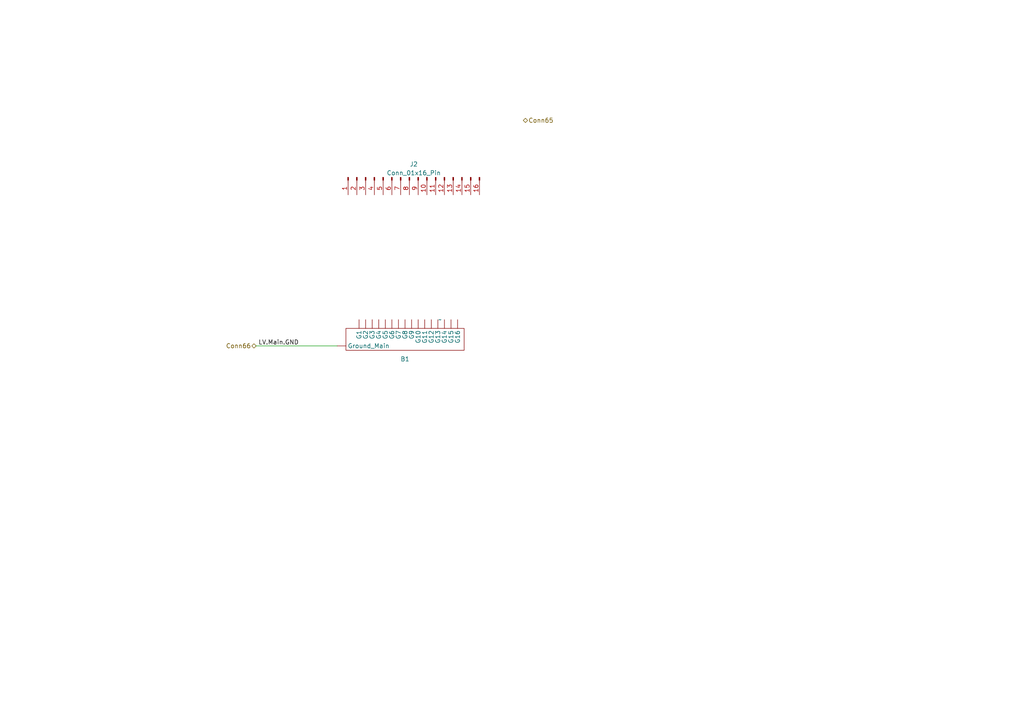
<source format=kicad_sch>
(kicad_sch (version 20230121) (generator eeschema)
  (paper "A4")
  (lib_symbols
    (symbol "Connector:Conn_01x16_Pin" (pin_names (offset 1.016) hide)
      (property "Reference" "J" (at 0 20.32 0))
      (property "Value" "Conn_01x16_Pin" (at 0 -22.86 0))
      (symbol "Conn_01x16_Pin_1_1"
        (polyline (pts (xy 1.27 -20.32) (xy 0.8636 -20.32)) (stroke (width 0.1524)))
        (polyline (pts (xy 1.27 -17.78) (xy 0.8636 -17.78)) (stroke (width 0.1524)))
        (polyline (pts (xy 1.27 -15.24) (xy 0.8636 -15.24)) (stroke (width 0.1524)))
        (polyline (pts (xy 1.27 -12.7) (xy 0.8636 -12.7)) (stroke (width 0.1524)))
        (polyline (pts (xy 1.27 -10.16) (xy 0.8636 -10.16)) (stroke (width 0.1524)))
        (polyline (pts (xy 1.27 -7.62) (xy 0.8636 -7.62)) (stroke (width 0.1524)))
        (polyline (pts (xy 1.27 -5.08) (xy 0.8636 -5.08)) (stroke (width 0.1524)))
        (polyline (pts (xy 1.27 -2.54) (xy 0.8636 -2.54)) (stroke (width 0.1524)))
        (polyline (pts (xy 1.27 0) (xy 0.8636 0)) (stroke (width 0.1524)))
        (polyline (pts (xy 1.27 2.54) (xy 0.8636 2.54)) (stroke (width 0.1524)))
        (polyline (pts (xy 1.27 5.08) (xy 0.8636 5.08)) (stroke (width 0.1524)))
        (polyline (pts (xy 1.27 7.62) (xy 0.8636 7.62)) (stroke (width 0.1524)))
        (polyline (pts (xy 1.27 10.16) (xy 0.8636 10.16)) (stroke (width 0.1524)))
        (polyline (pts (xy 1.27 12.7) (xy 0.8636 12.7)) (stroke (width 0.1524)))
        (polyline (pts (xy 1.27 15.24) (xy 0.8636 15.24)) (stroke (width 0.1524)))
        (polyline (pts (xy 1.27 17.78) (xy 0.8636 17.78)) (stroke (width 0.1524)))
        (rectangle (start 0.8636 -20.193) (end 0 -20.447) (stroke (width 0.1524)) (fill (type outline)))
        (rectangle (start 0.8636 -17.653) (end 0 -17.907) (stroke (width 0.1524)) (fill (type outline)))
        (rectangle (start 0.8636 -15.113) (end 0 -15.367) (stroke (width 0.1524)) (fill (type outline)))
        (rectangle (start 0.8636 -12.573) (end 0 -12.827) (stroke (width 0.1524)) (fill (type outline)))
        (rectangle (start 0.8636 -10.033) (end 0 -10.287) (stroke (width 0.1524)) (fill (type outline)))
        (rectangle (start 0.8636 -7.493) (end 0 -7.747) (stroke (width 0.1524)) (fill (type outline)))
        (rectangle (start 0.8636 -4.953) (end 0 -5.207) (stroke (width 0.1524)) (fill (type outline)))
        (rectangle (start 0.8636 -2.413) (end 0 -2.667) (stroke (width 0.1524)) (fill (type outline)))
        (rectangle (start 0.8636 0.127) (end 0 -0.127) (stroke (width 0.1524)) (fill (type outline)))
        (rectangle (start 0.8636 2.667) (end 0 2.413) (stroke (width 0.1524)) (fill (type outline)))
        (rectangle (start 0.8636 5.207) (end 0 4.953) (stroke (width 0.1524)) (fill (type outline)))
        (rectangle (start 0.8636 7.747) (end 0 7.493) (stroke (width 0.1524)) (fill (type outline)))
        (rectangle (start 0.8636 10.287) (end 0 10.033) (stroke (width 0.1524)) (fill (type outline)))
        (rectangle (start 0.8636 12.827) (end 0 12.573) (stroke (width 0.1524)) (fill (type outline)))
        (rectangle (start 0.8636 15.367) (end 0 15.113) (stroke (width 0.1524)) (fill (type outline)))
        (rectangle (start 0.8636 17.907) (end 0 17.653) (stroke (width 0.1524)) (fill (type outline)))
        (pin passive line (at 5.08 17.78 180) (length 3.81) (name "Pin_1") (number "1"))
        (pin passive line (at 5.08 -5.08 180) (length 3.81) (name "Pin_10") (number "10"))
        (pin passive line (at 5.08 -7.62 180) (length 3.81) (name "Pin_11") (number "11"))
        (pin passive line (at 5.08 -10.16 180) (length 3.81) (name "Pin_12") (number "12"))
        (pin passive line (at 5.08 -12.7 180) (length 3.81) (name "Pin_13") (number "13"))
        (pin passive line (at 5.08 -15.24 180) (length 3.81) (name "Pin_14") (number "14"))
        (pin passive line (at 5.08 -17.78 180) (length 3.81) (name "Pin_15") (number "15"))
        (pin passive line (at 5.08 -20.32 180) (length 3.81) (name "Pin_16") (number "16"))
        (pin passive line (at 5.08 15.24 180) (length 3.81) (name "Pin_2") (number "2"))
        (pin passive line (at 5.08 12.7 180) (length 3.81) (name "Pin_3") (number "3"))
        (pin passive line (at 5.08 10.16 180) (length 3.81) (name "Pin_4") (number "4"))
        (pin passive line (at 5.08 7.62 180) (length 3.81) (name "Pin_5") (number "5"))
        (pin passive line (at 5.08 5.08 180) (length 3.81) (name "Pin_6") (number "6"))
        (pin passive line (at 5.08 2.54 180) (length 3.81) (name "Pin_7") (number "7"))
        (pin passive line (at 5.08 0 180) (length 3.81) (name "Pin_8") (number "8"))
        (pin passive line (at 5.08 -2.54 180) (length 3.81) (name "Pin_9") (number "9"))
      )
    )
    (symbol "Connectors_SUFST:Ground"
      (property "Reference" "B" (at 0 5.715 0))
      (symbol "Ground_0_1"
        (rectangle (start -17.145 -3.175) (end 17.145 -9.525))
      )
      (symbol "Ground_1_1"
        (pin input line (at -13.335 -0.635 270) (length 2.54) (name "G1") (number ""))
        (pin input line (at 3.81 -0.635 270) (length 2.54) (name "G10") (number ""))
        (pin input line (at 5.715 -0.635 270) (length 2.54) (name "G11") (number ""))
        (pin input line (at 7.62 -0.635 270) (length 2.54) (name "G12") (number ""))
        (pin input line (at 9.525 -0.635 270) (length 2.54) (name "G13") (number ""))
        (pin input line (at 11.43 -0.635 270) (length 2.54) (name "G14") (number ""))
        (pin input line (at 13.335 -0.635 270) (length 2.54) (name "G15") (number ""))
        (pin input line (at 15.24 -0.635 270) (length 2.54) (name "G16") (number ""))
        (pin input line (at -11.43 -0.635 270) (length 2.54) (name "G2") (number ""))
        (pin input line (at -9.525 -0.635 270) (length 2.54) (name "G3") (number ""))
        (pin input line (at -7.62 -0.635 270) (length 2.54) (name "G4") (number ""))
        (pin input line (at -5.715 -0.635 270) (length 2.54) (name "G5") (number ""))
        (pin input line (at -3.81 -0.635 270) (length 2.54) (name "G6") (number ""))
        (pin input line (at -1.905 -0.635 270) (length 2.54) (name "G7") (number ""))
        (pin input line (at 0 -0.635 270) (length 2.54) (name "G8") (number ""))
        (pin input line (at 1.905 -0.635 270) (length 2.54) (name "G9") (number ""))
        (pin input line (at -19.685 -8.255 0) (length 2.54) (name "Ground_Main") (number ""))
      )
    )
  )
  (wire (pts (xy 74.295 100.33) (xy 97.79 100.33)))
  (label "LV.Main.GND" (at 74.93 100.33 0))
  (hierarchical_label "Conn66" (shape bidirectional) (at 74.295 100.33 180))
  (hierarchical_label "Conn65" (shape bidirectional) (at 151.765 34.925 0))
  (symbol (lib_id "Connectors_SUFST:Ground") (at 117.475 92.075 0) (unit 1)
    (property "Reference" "B1" (at 117.475 104.14 0))
    (property "Value" "~" (at 127.635 92.71 0))
  )
  (symbol (lib_id "Connector:Conn_01x16_Pin") (at 118.745 51.435 90) (mirror x) (unit 1)
    (property "Reference" "J2" (at 120.015 47.625 90))
    (property "Value" "Conn_01x16_Pin" (at 120.015 50.165 90))
  )
)
</source>
